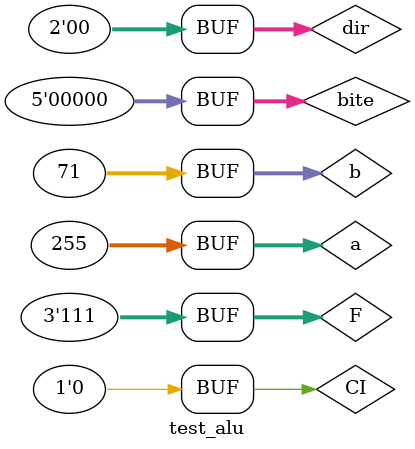
<source format=v>
`timescale 1ns / 1ps
module test_alu();
    reg [31:0] a;
    reg [31:0] b;
    reg CI;
    reg [2:0] F;
    reg [1:0] dir;
    reg [4:0] bite;
    wire [31:0] S;
    wire CO;
    ALU_32bit uut(a,b,CI,F,dir,bite,S,CO);
    initial begin
        //F=000,25ns
        CI=0;
        F=0;
        a=0;
        b=0;
        dir=0;
        bite=0;
        #25;
        
        //add,50ns
        F=3'b001;
        a=32'b1111111;
        b=32'b11111;
        dir=0;
        bite=0;
        #25;

        //left logical shifting,75ns
        a=32'b1111111111111111111111111;
        b=0;
        F=3'b010;
        dir=2'b00;
        bite=5'b00111;
        #25;

        //right logical shifting,100ns
        a=32'b111111111111111111111111;
        b=0;
        F=3'b010;
        dir=2'b10;
        bite=5'b00011;
        #25;
        
        //left cyclic shifting,125ns
        a=32'b111111111111111111;
        b=0;
        F=3'b010;
        dir=2'b01;
        bite=5'b00111;
        #25;
        
        //right cyclic shifting,150ns
        a=32'b111111111111111111;
        b=0;
        F=3'b010;       
        dir=2'b11;
        bite=5'b00111;
        #25;
        
        //left truncation,175ns
        a=32'b111111111111111111111111111111;
        b=0;
        F=3'b011;
        dir=2'b00;
        bite=5'b11110;  
        #25;
         
        //right truncation,200ns
        a=32'b1111111111111111111111111111111;
        b=0;
        F=3'b011;
        dir=2'b10;
        bite=5'b11110;  
        #25;
          
        //and,225ns
        a=32'b1111111;
        b=32'b1110000;
        F=3'b100;
        dir=0;
        bite=0;
        #25;

        //or,250ns
        a=32'b1110110;
        b=32'b110000;
        F=3'b101;
        dir=0;
        bite=0;
        #25;

        //not,275ns
        a=32'b1111111;
        b=0;
        F=3'b110;
        dir=0;
        bite=0;
        #25;

        //xor,300ns
        a=32'b11111111;
        b=32'b1000111;
        F=3'b111;
        dir=0;
        bite=0;
        #25;
        end
endmodule


</source>
